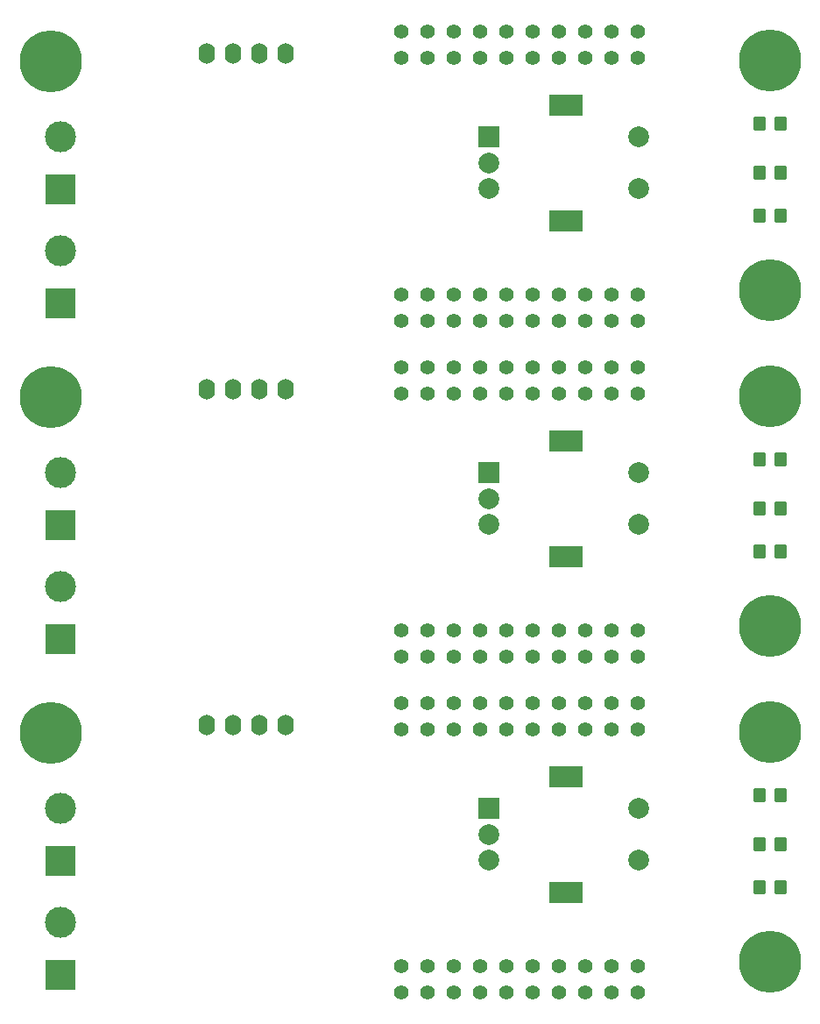
<source format=gts>
G04 #@! TF.GenerationSoftware,KiCad,Pcbnew,7.0.9-7.0.9~ubuntu22.04.1*
G04 #@! TF.CreationDate,2023-12-17T14:41:55+07:00*
G04 #@! TF.ProjectId,final-production,66696e61-6c2d-4707-926f-64756374696f,rev?*
G04 #@! TF.SameCoordinates,Original*
G04 #@! TF.FileFunction,Soldermask,Top*
G04 #@! TF.FilePolarity,Negative*
%FSLAX46Y46*%
G04 Gerber Fmt 4.6, Leading zero omitted, Abs format (unit mm)*
G04 Created by KiCad (PCBNEW 7.0.9-7.0.9~ubuntu22.04.1) date 2023-12-17 14:41:55*
%MOMM*%
%LPD*%
G01*
G04 APERTURE LIST*
G04 Aperture macros list*
%AMRoundRect*
0 Rectangle with rounded corners*
0 $1 Rounding radius*
0 $2 $3 $4 $5 $6 $7 $8 $9 X,Y pos of 4 corners*
0 Add a 4 corners polygon primitive as box body*
4,1,4,$2,$3,$4,$5,$6,$7,$8,$9,$2,$3,0*
0 Add four circle primitives for the rounded corners*
1,1,$1+$1,$2,$3*
1,1,$1+$1,$4,$5*
1,1,$1+$1,$6,$7*
1,1,$1+$1,$8,$9*
0 Add four rect primitives between the rounded corners*
20,1,$1+$1,$2,$3,$4,$5,0*
20,1,$1+$1,$4,$5,$6,$7,0*
20,1,$1+$1,$6,$7,$8,$9,0*
20,1,$1+$1,$8,$9,$2,$3,0*%
G04 Aperture macros list end*
%ADD10R,2.000000X2.000000*%
%ADD11C,2.000000*%
%ADD12R,3.200000X2.000000*%
%ADD13O,1.600000X2.000000*%
%ADD14RoundRect,0.250000X-0.350000X-0.450000X0.350000X-0.450000X0.350000X0.450000X-0.350000X0.450000X0*%
%ADD15C,0.800000*%
%ADD16C,6.000000*%
%ADD17R,3.000000X3.000000*%
%ADD18C,3.000000*%
%ADD19C,1.400000*%
G04 APERTURE END LIST*
D10*
G04 #@! TO.C,SW1*
X46562402Y-71160000D03*
D11*
X46562402Y-76160000D03*
X46562402Y-73660000D03*
D12*
X54062402Y-68060000D03*
X54062402Y-79260000D03*
D11*
X61062402Y-76160000D03*
X61062402Y-71160000D03*
G04 #@! TD*
D13*
G04 #@! TO.C,M2*
X19308040Y-63071633D03*
X21848040Y-63071633D03*
X24388040Y-63071633D03*
X26928040Y-63071633D03*
G04 #@! TD*
D14*
G04 #@! TO.C,R2*
X72762402Y-78740000D03*
X74762402Y-78740000D03*
G04 #@! TD*
D15*
G04 #@! TO.C,H2*
X71512402Y-96218166D03*
X72171412Y-94627176D03*
X72171412Y-97809156D03*
X73762402Y-93968166D03*
D16*
X73762402Y-96218166D03*
D15*
X73762402Y-98468166D03*
X75353392Y-94627176D03*
X75353392Y-97809156D03*
X76012402Y-96218166D03*
G04 #@! TD*
D14*
G04 #@! TO.C,R1*
X72762402Y-42152058D03*
X74762402Y-42152058D03*
G04 #@! TD*
D15*
G04 #@! TO.C,H1*
X1983392Y-96249156D03*
X2642402Y-94658166D03*
X2642402Y-97840146D03*
X4233392Y-93999156D03*
D16*
X4233392Y-96249156D03*
D15*
X4233392Y-98499156D03*
X5824382Y-94658166D03*
X5824382Y-97840146D03*
X6483392Y-96249156D03*
G04 #@! TD*
D10*
G04 #@! TO.C,SW1*
X46562402Y-103588166D03*
D11*
X46562402Y-108588166D03*
X46562402Y-106088166D03*
D12*
X54062402Y-100488166D03*
X54062402Y-111688166D03*
D11*
X61062402Y-108588166D03*
X61062402Y-103588166D03*
G04 #@! TD*
D15*
G04 #@! TO.C,H2*
X71512402Y-31361834D03*
X72171412Y-29770844D03*
X72171412Y-32952824D03*
X73762402Y-29111834D03*
D16*
X73762402Y-31361834D03*
D15*
X73762402Y-33611834D03*
X75353392Y-29770844D03*
X75353392Y-32952824D03*
X76012402Y-31361834D03*
G04 #@! TD*
G04 #@! TO.C,H3*
X71512402Y-85934164D03*
X72171412Y-84343174D03*
X72171412Y-87525154D03*
X73762402Y-83684164D03*
D16*
X73762402Y-85934164D03*
D15*
X73762402Y-88184164D03*
X75353392Y-84343174D03*
X75353392Y-87525154D03*
X76012402Y-85934164D03*
G04 #@! TD*
D14*
G04 #@! TO.C,R1*
X72762402Y-107008390D03*
X74762402Y-107008390D03*
G04 #@! TD*
G04 #@! TO.C,R2*
X72762402Y-111168166D03*
X74762402Y-111168166D03*
G04 #@! TD*
G04 #@! TO.C,R2*
X72762402Y-46311834D03*
X74762402Y-46311834D03*
G04 #@! TD*
D15*
G04 #@! TO.C,H3*
X71512402Y-53505998D03*
X72171412Y-51915008D03*
X72171412Y-55096988D03*
X73762402Y-51255998D03*
D16*
X73762402Y-53505998D03*
D15*
X73762402Y-55755998D03*
X75353392Y-51915008D03*
X75353392Y-55096988D03*
X76012402Y-53505998D03*
G04 #@! TD*
D14*
G04 #@! TO.C,R3*
X72762402Y-37421834D03*
X74762402Y-37421834D03*
G04 #@! TD*
D13*
G04 #@! TO.C,M2*
X19308040Y-30643467D03*
X21848040Y-30643467D03*
X24388040Y-30643467D03*
X26928040Y-30643467D03*
G04 #@! TD*
D10*
G04 #@! TO.C,SW1*
X46562402Y-38731834D03*
D11*
X46562402Y-43731834D03*
X46562402Y-41231834D03*
D12*
X54062402Y-35631834D03*
X54062402Y-46831834D03*
D11*
X61062402Y-43731834D03*
X61062402Y-38731834D03*
G04 #@! TD*
D14*
G04 #@! TO.C,R1*
X72762402Y-74580224D03*
X74762402Y-74580224D03*
G04 #@! TD*
D13*
G04 #@! TO.C,M2*
X19308040Y-95499799D03*
X21848040Y-95499799D03*
X24388040Y-95499799D03*
X26928040Y-95499799D03*
G04 #@! TD*
D15*
G04 #@! TO.C,H3*
X71512402Y-118362330D03*
X72171412Y-116771340D03*
X72171412Y-119953320D03*
X73762402Y-116112330D03*
D16*
X73762402Y-118362330D03*
D15*
X73762402Y-120612330D03*
X75353392Y-116771340D03*
X75353392Y-119953320D03*
X76012402Y-118362330D03*
G04 #@! TD*
D14*
G04 #@! TO.C,R3*
X72762402Y-69850000D03*
X74762402Y-69850000D03*
G04 #@! TD*
G04 #@! TO.C,R3*
X72762402Y-102278166D03*
X74762402Y-102278166D03*
G04 #@! TD*
D15*
G04 #@! TO.C,H2*
X71512402Y-63790000D03*
X72171412Y-62199010D03*
X72171412Y-65380990D03*
X73762402Y-61540000D03*
D16*
X73762402Y-63790000D03*
D15*
X73762402Y-66040000D03*
X75353392Y-62199010D03*
X75353392Y-65380990D03*
X76012402Y-63790000D03*
G04 #@! TD*
G04 #@! TO.C,H1*
X1983392Y-63820990D03*
X2642402Y-62230000D03*
X2642402Y-65411980D03*
X4233392Y-61570990D03*
D16*
X4233392Y-63820990D03*
D15*
X4233392Y-66070990D03*
X5824382Y-62230000D03*
X5824382Y-65411980D03*
X6483392Y-63820990D03*
G04 #@! TD*
G04 #@! TO.C,H1*
X1983392Y-31392824D03*
X2642402Y-29801834D03*
X2642402Y-32983814D03*
X4233392Y-29142824D03*
D16*
X4233392Y-31392824D03*
D15*
X4233392Y-33642824D03*
X5824382Y-29801834D03*
X5824382Y-32983814D03*
X6483392Y-31392824D03*
G04 #@! TD*
D17*
G04 #@! TO.C,J1*
X5182402Y-108628166D03*
D18*
X5182402Y-103548166D03*
G04 #@! TD*
D17*
G04 #@! TO.C,J1*
X5182402Y-43771834D03*
D18*
X5182402Y-38691834D03*
G04 #@! TD*
D19*
G04 #@! TO.C,U1*
X60960000Y-56471834D03*
X60960000Y-53931834D03*
X58420000Y-56471834D03*
X58420000Y-53931834D03*
X55880000Y-56471834D03*
X55880000Y-53931834D03*
X53340000Y-56471834D03*
X53340000Y-53931834D03*
X50800000Y-56471834D03*
X50800000Y-53931834D03*
X48260000Y-56471834D03*
X48260000Y-53931834D03*
X45720000Y-56471834D03*
X45720000Y-53931834D03*
X43180000Y-56471834D03*
X43180000Y-53931834D03*
X40640000Y-56471834D03*
X40640000Y-53931834D03*
X38100000Y-56471834D03*
X38100000Y-53931834D03*
X60960000Y-31071834D03*
X60960000Y-28531834D03*
X58420000Y-31071834D03*
X58420000Y-28531834D03*
X55880000Y-31071834D03*
X55880000Y-28531834D03*
X53340000Y-31071834D03*
X53340000Y-28531834D03*
X50800000Y-31071834D03*
X50800000Y-28531834D03*
X48260000Y-31071834D03*
X48260000Y-28531834D03*
X45720000Y-31071834D03*
X45720000Y-28531834D03*
X43180000Y-31071834D03*
X43180000Y-28531834D03*
X40640000Y-31071834D03*
X40640000Y-28531834D03*
X38100000Y-31071834D03*
X38100000Y-28531834D03*
G04 #@! TD*
D17*
G04 #@! TO.C,J6*
X5182402Y-54784568D03*
D18*
X5182402Y-49704568D03*
G04 #@! TD*
D19*
G04 #@! TO.C,U1*
X60960000Y-88900000D03*
X60960000Y-86360000D03*
X58420000Y-88900000D03*
X58420000Y-86360000D03*
X55880000Y-88900000D03*
X55880000Y-86360000D03*
X53340000Y-88900000D03*
X53340000Y-86360000D03*
X50800000Y-88900000D03*
X50800000Y-86360000D03*
X48260000Y-88900000D03*
X48260000Y-86360000D03*
X45720000Y-88900000D03*
X45720000Y-86360000D03*
X43180000Y-88900000D03*
X43180000Y-86360000D03*
X40640000Y-88900000D03*
X40640000Y-86360000D03*
X38100000Y-88900000D03*
X38100000Y-86360000D03*
X60960000Y-63500000D03*
X60960000Y-60960000D03*
X58420000Y-63500000D03*
X58420000Y-60960000D03*
X55880000Y-63500000D03*
X55880000Y-60960000D03*
X53340000Y-63500000D03*
X53340000Y-60960000D03*
X50800000Y-63500000D03*
X50800000Y-60960000D03*
X48260000Y-63500000D03*
X48260000Y-60960000D03*
X45720000Y-63500000D03*
X45720000Y-60960000D03*
X43180000Y-63500000D03*
X43180000Y-60960000D03*
X40640000Y-63500000D03*
X40640000Y-60960000D03*
X38100000Y-63500000D03*
X38100000Y-60960000D03*
G04 #@! TD*
D17*
G04 #@! TO.C,J6*
X5182402Y-119640900D03*
D18*
X5182402Y-114560900D03*
G04 #@! TD*
D17*
G04 #@! TO.C,J1*
X5182402Y-76200000D03*
D18*
X5182402Y-71120000D03*
G04 #@! TD*
D17*
G04 #@! TO.C,J6*
X5182402Y-87212734D03*
D18*
X5182402Y-82132734D03*
G04 #@! TD*
D19*
G04 #@! TO.C,U1*
X60960000Y-121328166D03*
X60960000Y-118788166D03*
X58420000Y-121328166D03*
X58420000Y-118788166D03*
X55880000Y-121328166D03*
X55880000Y-118788166D03*
X53340000Y-121328166D03*
X53340000Y-118788166D03*
X50800000Y-121328166D03*
X50800000Y-118788166D03*
X48260000Y-121328166D03*
X48260000Y-118788166D03*
X45720000Y-121328166D03*
X45720000Y-118788166D03*
X43180000Y-121328166D03*
X43180000Y-118788166D03*
X40640000Y-121328166D03*
X40640000Y-118788166D03*
X38100000Y-121328166D03*
X38100000Y-118788166D03*
X60960000Y-95928166D03*
X60960000Y-93388166D03*
X58420000Y-95928166D03*
X58420000Y-93388166D03*
X55880000Y-95928166D03*
X55880000Y-93388166D03*
X53340000Y-95928166D03*
X53340000Y-93388166D03*
X50800000Y-95928166D03*
X50800000Y-93388166D03*
X48260000Y-95928166D03*
X48260000Y-93388166D03*
X45720000Y-95928166D03*
X45720000Y-93388166D03*
X43180000Y-95928166D03*
X43180000Y-93388166D03*
X40640000Y-95928166D03*
X40640000Y-93388166D03*
X38100000Y-95928166D03*
X38100000Y-93388166D03*
G04 #@! TD*
M02*

</source>
